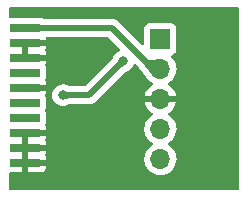
<source format=gbr>
%TF.GenerationSoftware,KiCad,Pcbnew,6.0.11+dfsg-1~bpo11+1*%
%TF.CreationDate,2023-04-27T18:18:44-07:00*%
%TF.ProjectId,J-link_BOB,4a2d6c69-6e6b-45f4-924f-422e6b696361,A1*%
%TF.SameCoordinates,PX7b64228PY605e690*%
%TF.FileFunction,Copper,L1,Top*%
%TF.FilePolarity,Positive*%
%FSLAX46Y46*%
G04 Gerber Fmt 4.6, Leading zero omitted, Abs format (unit mm)*
G04 Created by KiCad (PCBNEW 6.0.11+dfsg-1~bpo11+1) date 2023-04-27 18:18:44*
%MOMM*%
%LPD*%
G01*
G04 APERTURE LIST*
%TA.AperFunction,SMDPad,CuDef*%
%ADD10R,2.500000X0.650000*%
%TD*%
%TA.AperFunction,ComponentPad*%
%ADD11R,1.700000X1.700000*%
%TD*%
%TA.AperFunction,ComponentPad*%
%ADD12O,1.700000X1.700000*%
%TD*%
%TA.AperFunction,ViaPad*%
%ADD13C,0.800000*%
%TD*%
%TA.AperFunction,Conductor*%
%ADD14C,0.508000*%
%TD*%
%TA.AperFunction,Conductor*%
%ADD15C,0.250000*%
%TD*%
G04 APERTURE END LIST*
D10*
%TO.P,J13,1,Pin_1*%
%TO.N,unconnected-(J13-Pad1)*%
X1905000Y-9842500D03*
%TD*%
%TO.P,J19,1,Pin_1*%
%TO.N,GND*%
X1905000Y-13652500D03*
%TD*%
%TO.P,J17,1,Pin_1*%
%TO.N,GND*%
X1905000Y-12382500D03*
%TD*%
%TO.P,J15,1,Pin_1*%
%TO.N,GND*%
X1905000Y-11112500D03*
%TD*%
%TO.P,J9,1,Pin_1*%
%TO.N,GND*%
X1905000Y-7302500D03*
%TD*%
%TO.P,J3,1,Pin_1*%
%TO.N,GND*%
X1905000Y-3492500D03*
%TD*%
D11*
%TO.P,J30,1,Pin_1*%
%TO.N,/~{RESET}*%
X13335000Y-3175000D03*
D12*
%TO.P,J30,2,Pin_2*%
%TO.N,/VTARGET*%
X13335000Y-5715000D03*
%TO.P,J30,3,Pin_3*%
%TO.N,GND*%
X13335000Y-8255000D03*
%TO.P,J30,4,Pin_4*%
%TO.N,/SWDIO*%
X13335000Y-10795000D03*
%TO.P,J30,5,Pin_5*%
%TO.N,/SWCLK*%
X13335000Y-13335000D03*
%TD*%
D10*
%TO.P,J7,1,Pin_1*%
%TO.N,unconnected-(J7-Pad1)*%
X1905000Y-6032500D03*
%TD*%
%TO.P,J1,1,Pin_1*%
%TO.N,/VTARGET*%
X1905000Y-2222500D03*
%TD*%
%TO.P,J5,1,Pin_1*%
%TO.N,GND*%
X1905000Y-4762500D03*
%TD*%
%TO.P,J11,1,Pin_1*%
%TO.N,unconnected-(J11-Pad1)*%
X1905000Y-8572500D03*
%TD*%
D13*
%TO.N,GND*%
X18415000Y-4445000D03*
X11176000Y-1524000D03*
X5080000Y-15240000D03*
X11430000Y-6985000D03*
X9525000Y-8255000D03*
X8255000Y-3810000D03*
X18415000Y-12065000D03*
X8255000Y-10795000D03*
X4318000Y-5969000D03*
%TO.N,/~{RESET}*%
X5080000Y-7937500D03*
X10160000Y-5080000D03*
%TD*%
D14*
%TO.N,/VTARGET*%
X12700000Y-5715000D02*
X9207500Y-2222500D01*
D15*
X13335000Y-5715000D02*
X12700000Y-5715000D01*
D14*
X9207500Y-2222500D02*
X1905000Y-2222500D01*
%TO.N,GND*%
X1905000Y-11112500D02*
X6032500Y-11112500D01*
X6032500Y-11112500D02*
X8890000Y-8255000D01*
X9525000Y-8255000D02*
X13335000Y-8255000D01*
X8890000Y-8255000D02*
X9525000Y-8255000D01*
%TO.N,/~{RESET}*%
X7302500Y-7937500D02*
X10160000Y-5080000D01*
X5080000Y-7937500D02*
X7302500Y-7937500D01*
%TD*%
%TA.AperFunction,Conductor*%
%TO.N,/~{RESET}*%
G36*
X10297595Y-4942082D02*
G01*
X10301183Y-4950744D01*
X10291426Y-5449854D01*
X10287838Y-5458058D01*
X10283767Y-5460606D01*
X10231029Y-5480006D01*
X10231021Y-5480009D01*
X10230891Y-5480057D01*
X10177145Y-5502699D01*
X10177016Y-5502763D01*
X10177004Y-5502768D01*
X10128490Y-5526680D01*
X10128324Y-5526762D01*
X10082720Y-5553238D01*
X10038624Y-5583115D01*
X10038488Y-5583220D01*
X10038480Y-5583226D01*
X9994449Y-5617293D01*
X9994329Y-5617386D01*
X9994217Y-5617482D01*
X9994200Y-5617496D01*
X9948227Y-5656954D01*
X9948126Y-5657041D01*
X9898308Y-5703071D01*
X9843166Y-5756466D01*
X9843115Y-5756517D01*
X9789265Y-5810001D01*
X9780980Y-5813400D01*
X9772747Y-5809973D01*
X9430027Y-5467253D01*
X9426600Y-5458980D01*
X9429999Y-5450735D01*
X9483482Y-5396884D01*
X9483533Y-5396833D01*
X9536928Y-5341691D01*
X9582958Y-5291873D01*
X9583045Y-5291772D01*
X9622503Y-5245799D01*
X9622517Y-5245782D01*
X9622613Y-5245670D01*
X9656884Y-5201375D01*
X9686761Y-5157279D01*
X9713237Y-5111675D01*
X9737300Y-5062854D01*
X9759942Y-5009108D01*
X9779394Y-4956232D01*
X9785467Y-4949651D01*
X9790146Y-4948574D01*
X10289256Y-4938817D01*
X10297595Y-4942082D01*
G37*
%TD.AperFunction*%
%TD*%
%TA.AperFunction,Conductor*%
%TO.N,GND*%
G36*
X19933621Y-528502D02*
G01*
X19980114Y-582158D01*
X19991500Y-634500D01*
X19991500Y-15865500D01*
X19971498Y-15933621D01*
X19917842Y-15980114D01*
X19865500Y-15991500D01*
X634500Y-15991500D01*
X566379Y-15971498D01*
X519886Y-15917842D01*
X508500Y-15865500D01*
X508500Y-14611500D01*
X528502Y-14543379D01*
X582158Y-14496886D01*
X634500Y-14485500D01*
X1632885Y-14485500D01*
X1648124Y-14481025D01*
X1649329Y-14479635D01*
X1651000Y-14471952D01*
X1651000Y-14467384D01*
X2159000Y-14467384D01*
X2163475Y-14482623D01*
X2164865Y-14483828D01*
X2172548Y-14485499D01*
X3199669Y-14485499D01*
X3206490Y-14485129D01*
X3257352Y-14479605D01*
X3272604Y-14475979D01*
X3393054Y-14430824D01*
X3408649Y-14422286D01*
X3510724Y-14345785D01*
X3523285Y-14333224D01*
X3599786Y-14231149D01*
X3608324Y-14215554D01*
X3653478Y-14095106D01*
X3657105Y-14079851D01*
X3662631Y-14028986D01*
X3663000Y-14022172D01*
X3663000Y-13924615D01*
X3658525Y-13909376D01*
X3657135Y-13908171D01*
X3649452Y-13906500D01*
X2177115Y-13906500D01*
X2161876Y-13910975D01*
X2160671Y-13912365D01*
X2159000Y-13920048D01*
X2159000Y-14467384D01*
X1651000Y-14467384D01*
X1651000Y-13380385D01*
X2159000Y-13380385D01*
X2163475Y-13395624D01*
X2164865Y-13396829D01*
X2172548Y-13398500D01*
X3644884Y-13398500D01*
X3660123Y-13394025D01*
X3661328Y-13392635D01*
X3662999Y-13384952D01*
X3662999Y-13301695D01*
X11972251Y-13301695D01*
X11972548Y-13306848D01*
X11972548Y-13306851D01*
X11978011Y-13401590D01*
X11985110Y-13524715D01*
X11986247Y-13529761D01*
X11986248Y-13529767D01*
X12006119Y-13617939D01*
X12034222Y-13742639D01*
X12072461Y-13836811D01*
X12100759Y-13906500D01*
X12118266Y-13949616D01*
X12234987Y-14140088D01*
X12381250Y-14308938D01*
X12553126Y-14451632D01*
X12746000Y-14564338D01*
X12954692Y-14644030D01*
X12959760Y-14645061D01*
X12959763Y-14645062D01*
X13067017Y-14666883D01*
X13173597Y-14688567D01*
X13178772Y-14688757D01*
X13178774Y-14688757D01*
X13391673Y-14696564D01*
X13391677Y-14696564D01*
X13396837Y-14696753D01*
X13401957Y-14696097D01*
X13401959Y-14696097D01*
X13613288Y-14669025D01*
X13613289Y-14669025D01*
X13618416Y-14668368D01*
X13623366Y-14666883D01*
X13827429Y-14605661D01*
X13827434Y-14605659D01*
X13832384Y-14604174D01*
X14032994Y-14505896D01*
X14214860Y-14376173D01*
X14245355Y-14345785D01*
X14296209Y-14295107D01*
X14373096Y-14218489D01*
X14432594Y-14135689D01*
X14500435Y-14041277D01*
X14503453Y-14037077D01*
X14510820Y-14022172D01*
X14600136Y-13841453D01*
X14600137Y-13841451D01*
X14602430Y-13836811D01*
X14667370Y-13623069D01*
X14696529Y-13401590D01*
X14698156Y-13335000D01*
X14679852Y-13112361D01*
X14625431Y-12895702D01*
X14536354Y-12690840D01*
X14415014Y-12503277D01*
X14264670Y-12338051D01*
X14260619Y-12334852D01*
X14260615Y-12334848D01*
X14093414Y-12202800D01*
X14093410Y-12202798D01*
X14089359Y-12199598D01*
X14048053Y-12176796D01*
X13998084Y-12126364D01*
X13983312Y-12056921D01*
X14008428Y-11990516D01*
X14035780Y-11963909D01*
X14079603Y-11932650D01*
X14214860Y-11836173D01*
X14373096Y-11678489D01*
X14432594Y-11595689D01*
X14500435Y-11501277D01*
X14503453Y-11497077D01*
X14510820Y-11482172D01*
X14600136Y-11301453D01*
X14600137Y-11301451D01*
X14602430Y-11296811D01*
X14667370Y-11083069D01*
X14696529Y-10861590D01*
X14698156Y-10795000D01*
X14679852Y-10572361D01*
X14625431Y-10355702D01*
X14536354Y-10150840D01*
X14415014Y-9963277D01*
X14264670Y-9798051D01*
X14260619Y-9794852D01*
X14260615Y-9794848D01*
X14093414Y-9662800D01*
X14093410Y-9662798D01*
X14089359Y-9659598D01*
X14047569Y-9636529D01*
X13997598Y-9586097D01*
X13982826Y-9516654D01*
X14007942Y-9450248D01*
X14035294Y-9423641D01*
X14210328Y-9298792D01*
X14218200Y-9292139D01*
X14369052Y-9141812D01*
X14375730Y-9133965D01*
X14500003Y-8961020D01*
X14505313Y-8952183D01*
X14599670Y-8761267D01*
X14603469Y-8751672D01*
X14665377Y-8547910D01*
X14667555Y-8537837D01*
X14668986Y-8526962D01*
X14666775Y-8512778D01*
X14653617Y-8509000D01*
X12018225Y-8509000D01*
X12004694Y-8512973D01*
X12003257Y-8522966D01*
X12033565Y-8657446D01*
X12036645Y-8667275D01*
X12116770Y-8864603D01*
X12121413Y-8873794D01*
X12232694Y-9055388D01*
X12238777Y-9063699D01*
X12378213Y-9224667D01*
X12385580Y-9231883D01*
X12549434Y-9367916D01*
X12557881Y-9373831D01*
X12626969Y-9414203D01*
X12675693Y-9465842D01*
X12688764Y-9535625D01*
X12662033Y-9601396D01*
X12621584Y-9634752D01*
X12608607Y-9641507D01*
X12604474Y-9644610D01*
X12604471Y-9644612D01*
X12580247Y-9662800D01*
X12429965Y-9775635D01*
X12275629Y-9937138D01*
X12149743Y-10121680D01*
X12055688Y-10324305D01*
X11995989Y-10539570D01*
X11972251Y-10761695D01*
X11972548Y-10766848D01*
X11972548Y-10766851D01*
X11978011Y-10861590D01*
X11985110Y-10984715D01*
X11986247Y-10989761D01*
X11986248Y-10989767D01*
X12006119Y-11077939D01*
X12034222Y-11202639D01*
X12072461Y-11296811D01*
X12100759Y-11366500D01*
X12118266Y-11409616D01*
X12234987Y-11600088D01*
X12381250Y-11768938D01*
X12553126Y-11911632D01*
X12601494Y-11939896D01*
X12626445Y-11954476D01*
X12675169Y-12006114D01*
X12688240Y-12075897D01*
X12661509Y-12141669D01*
X12621055Y-12175027D01*
X12608607Y-12181507D01*
X12604474Y-12184610D01*
X12604471Y-12184612D01*
X12580247Y-12202800D01*
X12429965Y-12315635D01*
X12275629Y-12477138D01*
X12149743Y-12661680D01*
X12134003Y-12695590D01*
X12080965Y-12809851D01*
X12055688Y-12864305D01*
X11995989Y-13079570D01*
X11972251Y-13301695D01*
X3662999Y-13301695D01*
X3662999Y-13282831D01*
X3662629Y-13276010D01*
X3657105Y-13225148D01*
X3653479Y-13209896D01*
X3608323Y-13089442D01*
X3602063Y-13078009D01*
X3586894Y-13008652D01*
X3602063Y-12956991D01*
X3608323Y-12945558D01*
X3653478Y-12825106D01*
X3657105Y-12809851D01*
X3662631Y-12758986D01*
X3663000Y-12752172D01*
X3663000Y-12654615D01*
X3658525Y-12639376D01*
X3657135Y-12638171D01*
X3649452Y-12636500D01*
X2177115Y-12636500D01*
X2161876Y-12640975D01*
X2160671Y-12642365D01*
X2159000Y-12650048D01*
X2159000Y-13380385D01*
X1651000Y-13380385D01*
X1651000Y-12110385D01*
X2159000Y-12110385D01*
X2163475Y-12125624D01*
X2164865Y-12126829D01*
X2172548Y-12128500D01*
X3644884Y-12128500D01*
X3660123Y-12124025D01*
X3661328Y-12122635D01*
X3662999Y-12114952D01*
X3662999Y-12012831D01*
X3662629Y-12006010D01*
X3657105Y-11955148D01*
X3653479Y-11939896D01*
X3608323Y-11819442D01*
X3602063Y-11808009D01*
X3586894Y-11738652D01*
X3602063Y-11686991D01*
X3608323Y-11675558D01*
X3653478Y-11555106D01*
X3657105Y-11539851D01*
X3662631Y-11488986D01*
X3663000Y-11482172D01*
X3663000Y-11384615D01*
X3658525Y-11369376D01*
X3657135Y-11368171D01*
X3649452Y-11366500D01*
X2177115Y-11366500D01*
X2161876Y-11370975D01*
X2160671Y-11372365D01*
X2159000Y-11380048D01*
X2159000Y-12110385D01*
X1651000Y-12110385D01*
X1651000Y-10984500D01*
X1671002Y-10916379D01*
X1724658Y-10869886D01*
X1777000Y-10858500D01*
X3644884Y-10858500D01*
X3660123Y-10854025D01*
X3661328Y-10852635D01*
X3662999Y-10844952D01*
X3662999Y-10742831D01*
X3662629Y-10736010D01*
X3657105Y-10685148D01*
X3653479Y-10669896D01*
X3608323Y-10549442D01*
X3602351Y-10538535D01*
X3587182Y-10469178D01*
X3601847Y-10419232D01*
X3605615Y-10414205D01*
X3656745Y-10277816D01*
X3663500Y-10215634D01*
X3663500Y-9469366D01*
X3656745Y-9407184D01*
X3605615Y-9270795D01*
X3602273Y-9266336D01*
X3587470Y-9198652D01*
X3602067Y-9148939D01*
X3605615Y-9144205D01*
X3656745Y-9007816D01*
X3663500Y-8945634D01*
X3663500Y-8199366D01*
X3656745Y-8137184D01*
X3605615Y-8000795D01*
X3602029Y-7996010D01*
X3587182Y-7928126D01*
X3602351Y-7876465D01*
X3608323Y-7865558D01*
X3653478Y-7745106D01*
X3657105Y-7729851D01*
X3662631Y-7678986D01*
X3663000Y-7672172D01*
X3663000Y-7574615D01*
X3658525Y-7559376D01*
X3657135Y-7558171D01*
X3649452Y-7556500D01*
X1777000Y-7556500D01*
X1708879Y-7536498D01*
X1662386Y-7482842D01*
X1651000Y-7430500D01*
X1651000Y-7174500D01*
X1671002Y-7106379D01*
X1724658Y-7059886D01*
X1777000Y-7048500D01*
X3644884Y-7048500D01*
X3660123Y-7044025D01*
X3661328Y-7042635D01*
X3662999Y-7034952D01*
X3662999Y-6932831D01*
X3662629Y-6926010D01*
X3657105Y-6875148D01*
X3653479Y-6859896D01*
X3608323Y-6739442D01*
X3602351Y-6728535D01*
X3587182Y-6659178D01*
X3601847Y-6609232D01*
X3605615Y-6604205D01*
X3609332Y-6594292D01*
X3653971Y-6475215D01*
X3656745Y-6467816D01*
X3663500Y-6405634D01*
X3663500Y-5659366D01*
X3656745Y-5597184D01*
X3639024Y-5549914D01*
X3608766Y-5469199D01*
X3608764Y-5469196D01*
X3605615Y-5460795D01*
X3602029Y-5456010D01*
X3587182Y-5388126D01*
X3602351Y-5336465D01*
X3608323Y-5325558D01*
X3653478Y-5205106D01*
X3657105Y-5189851D01*
X3662631Y-5138986D01*
X3663000Y-5132172D01*
X3663000Y-5034615D01*
X3658525Y-5019376D01*
X3657135Y-5018171D01*
X3649452Y-5016500D01*
X1777000Y-5016500D01*
X1708879Y-4996498D01*
X1662386Y-4942842D01*
X1651000Y-4890500D01*
X1651000Y-4490385D01*
X2159000Y-4490385D01*
X2163475Y-4505624D01*
X2164865Y-4506829D01*
X2172548Y-4508500D01*
X3644884Y-4508500D01*
X3660123Y-4504025D01*
X3661328Y-4502635D01*
X3662999Y-4494952D01*
X3662999Y-4392831D01*
X3662629Y-4386010D01*
X3657105Y-4335148D01*
X3653479Y-4319896D01*
X3608323Y-4199442D01*
X3602063Y-4188009D01*
X3586894Y-4118652D01*
X3602063Y-4066991D01*
X3608323Y-4055558D01*
X3653478Y-3935106D01*
X3657105Y-3919851D01*
X3662631Y-3868986D01*
X3663000Y-3862172D01*
X3663000Y-3764615D01*
X3658525Y-3749376D01*
X3657135Y-3748171D01*
X3649452Y-3746500D01*
X2177115Y-3746500D01*
X2161876Y-3750975D01*
X2160671Y-3752365D01*
X2159000Y-3760048D01*
X2159000Y-4490385D01*
X1651000Y-4490385D01*
X1651000Y-3364500D01*
X1671002Y-3296379D01*
X1724658Y-3249886D01*
X1777000Y-3238500D01*
X3644884Y-3238500D01*
X3660123Y-3234025D01*
X3661328Y-3232635D01*
X3662999Y-3224952D01*
X3662999Y-3122819D01*
X3662728Y-3117820D01*
X3679013Y-3048717D01*
X3730074Y-2999388D01*
X3788543Y-2985000D01*
X8839472Y-2985000D01*
X8907593Y-3005002D01*
X8928567Y-3021905D01*
X9914249Y-4007587D01*
X9948275Y-4069899D01*
X9943210Y-4140714D01*
X9900663Y-4197550D01*
X9876402Y-4211789D01*
X9709281Y-4286195D01*
X9709274Y-4286199D01*
X9703248Y-4288882D01*
X9548747Y-4401134D01*
X9544326Y-4406044D01*
X9544325Y-4406045D01*
X9456104Y-4504025D01*
X9420960Y-4543056D01*
X9325473Y-4708444D01*
X9313792Y-4744394D01*
X9304820Y-4765337D01*
X9297470Y-4778942D01*
X9295917Y-4783164D01*
X9295911Y-4783177D01*
X9283114Y-4817964D01*
X9280986Y-4823363D01*
X9271420Y-4846069D01*
X9268338Y-4852819D01*
X9262272Y-4865126D01*
X9258219Y-4872687D01*
X9253838Y-4880232D01*
X9249188Y-4887637D01*
X9243072Y-4896664D01*
X9238416Y-4903090D01*
X9226422Y-4918593D01*
X9222378Y-4923555D01*
X9200917Y-4948560D01*
X9197848Y-4952006D01*
X9164841Y-4987729D01*
X9162866Y-4989817D01*
X9119487Y-5034615D01*
X9117423Y-5036747D01*
X9116315Y-5037877D01*
X9065658Y-5088882D01*
X9029627Y-5129201D01*
X9027985Y-5131980D01*
X9017811Y-5143852D01*
X7023567Y-7138095D01*
X6961255Y-7172121D01*
X6934472Y-7175000D01*
X5903524Y-7175000D01*
X5885166Y-7173655D01*
X5860097Y-7169963D01*
X5788242Y-7169717D01*
X5786682Y-7169702D01*
X5721321Y-7168650D01*
X5718415Y-7168570D01*
X5694881Y-7167639D01*
X5669811Y-7166648D01*
X5665211Y-7166381D01*
X5632394Y-7163879D01*
X5626027Y-7163231D01*
X5606541Y-7160745D01*
X5598718Y-7159495D01*
X5588042Y-7157443D01*
X5579510Y-7155494D01*
X5571070Y-7153254D01*
X5562871Y-7150777D01*
X5549848Y-7146353D01*
X5542890Y-7143757D01*
X5520065Y-7134464D01*
X5514741Y-7132151D01*
X5479968Y-7116082D01*
X5477019Y-7114719D01*
X5433214Y-7099735D01*
X5422752Y-7095625D01*
X5368328Y-7071395D01*
X5368327Y-7071395D01*
X5362288Y-7068706D01*
X5320660Y-7059858D01*
X5181944Y-7030372D01*
X5181939Y-7030372D01*
X5175487Y-7029000D01*
X4984513Y-7029000D01*
X4978061Y-7030372D01*
X4978056Y-7030372D01*
X4893394Y-7048368D01*
X4797712Y-7068706D01*
X4791682Y-7071391D01*
X4791681Y-7071391D01*
X4629278Y-7143697D01*
X4629276Y-7143698D01*
X4623248Y-7146382D01*
X4617907Y-7150262D01*
X4617906Y-7150263D01*
X4592597Y-7168651D01*
X4468747Y-7258634D01*
X4340960Y-7400556D01*
X4325158Y-7427926D01*
X4250926Y-7556500D01*
X4245473Y-7565944D01*
X4186458Y-7747572D01*
X4185768Y-7754133D01*
X4185768Y-7754135D01*
X4182054Y-7789470D01*
X4166496Y-7937500D01*
X4186458Y-8127428D01*
X4245473Y-8309056D01*
X4340960Y-8474444D01*
X4345378Y-8479351D01*
X4345379Y-8479352D01*
X4383000Y-8521134D01*
X4468747Y-8616366D01*
X4562664Y-8684601D01*
X4591150Y-8705297D01*
X4623248Y-8728618D01*
X4629276Y-8731302D01*
X4629278Y-8731303D01*
X4791681Y-8803609D01*
X4797712Y-8806294D01*
X4891113Y-8826147D01*
X4978056Y-8844628D01*
X4978061Y-8844628D01*
X4984513Y-8846000D01*
X5175487Y-8846000D01*
X5181939Y-8844628D01*
X5181944Y-8844628D01*
X5268887Y-8826147D01*
X5362288Y-8806294D01*
X5435065Y-8773892D01*
X5450256Y-8768269D01*
X5477026Y-8760278D01*
X5481109Y-8758391D01*
X5481112Y-8758390D01*
X5495648Y-8751672D01*
X5514768Y-8742836D01*
X5520049Y-8740542D01*
X5542890Y-8731242D01*
X5549848Y-8728646D01*
X5562866Y-8724224D01*
X5571070Y-8721745D01*
X5579510Y-8719505D01*
X5588042Y-8717556D01*
X5598718Y-8715504D01*
X5606542Y-8714254D01*
X5626029Y-8711768D01*
X5632395Y-8711120D01*
X5665209Y-8708618D01*
X5669808Y-8708351D01*
X5693618Y-8707409D01*
X5718403Y-8706429D01*
X5721308Y-8706349D01*
X5786587Y-8705297D01*
X5788158Y-8705282D01*
X5805917Y-8705222D01*
X5858420Y-8705043D01*
X5858432Y-8705043D01*
X5860091Y-8705037D01*
X5914141Y-8701999D01*
X5917248Y-8701200D01*
X5932815Y-8700000D01*
X7235124Y-8700000D01*
X7254074Y-8701433D01*
X7268473Y-8703624D01*
X7268479Y-8703624D01*
X7275708Y-8704724D01*
X7283000Y-8704131D01*
X7283003Y-8704131D01*
X7328683Y-8700415D01*
X7338898Y-8700000D01*
X7347025Y-8700000D01*
X7350661Y-8699576D01*
X7350663Y-8699576D01*
X7354115Y-8699173D01*
X7375424Y-8696689D01*
X7379744Y-8696262D01*
X7452926Y-8690309D01*
X7459888Y-8688053D01*
X7465876Y-8686857D01*
X7471833Y-8685449D01*
X7479107Y-8684601D01*
X7485989Y-8682103D01*
X7485993Y-8682102D01*
X7548107Y-8659555D01*
X7552211Y-8658145D01*
X7622075Y-8635513D01*
X7628338Y-8631713D01*
X7633880Y-8629175D01*
X7639356Y-8626433D01*
X7646241Y-8623934D01*
X7707632Y-8583685D01*
X7711300Y-8581370D01*
X7774081Y-8543273D01*
X7778286Y-8539559D01*
X7778289Y-8539557D01*
X7782505Y-8535833D01*
X7782531Y-8535862D01*
X7785462Y-8533262D01*
X7788816Y-8530458D01*
X7794935Y-8526446D01*
X7848489Y-8469913D01*
X7850866Y-8467472D01*
X10116852Y-6201486D01*
X10130782Y-6189456D01*
X10147511Y-6177022D01*
X10147515Y-6177018D01*
X10151124Y-6174336D01*
X10154317Y-6171165D01*
X10154326Y-6171157D01*
X10202074Y-6123733D01*
X10203214Y-6122614D01*
X10250153Y-6077161D01*
X10252296Y-6075134D01*
X10287994Y-6042150D01*
X10291441Y-6039081D01*
X10316445Y-6017621D01*
X10321406Y-6013577D01*
X10336909Y-6001583D01*
X10343335Y-5996927D01*
X10352362Y-5990811D01*
X10359767Y-5986161D01*
X10367312Y-5981780D01*
X10374874Y-5977727D01*
X10387150Y-5971676D01*
X10393940Y-5968575D01*
X10397608Y-5967030D01*
X10416657Y-5959005D01*
X10422021Y-5956890D01*
X10461049Y-5942533D01*
X10479913Y-5933284D01*
X10505344Y-5920815D01*
X10509565Y-5918841D01*
X10610722Y-5873803D01*
X10610724Y-5873802D01*
X10616752Y-5871118D01*
X10771253Y-5758866D01*
X10800806Y-5726044D01*
X10894621Y-5621852D01*
X10894622Y-5621851D01*
X10899040Y-5616944D01*
X10957314Y-5516010D01*
X10991223Y-5457279D01*
X10991224Y-5457278D01*
X10994527Y-5451556D01*
X11020181Y-5372603D01*
X11060254Y-5313999D01*
X11125650Y-5286362D01*
X11195607Y-5298469D01*
X11229108Y-5322446D01*
X11333642Y-5426980D01*
X11346819Y-5442479D01*
X11359459Y-5460044D01*
X11362581Y-5463286D01*
X11362582Y-5463287D01*
X11385748Y-5487342D01*
X11484404Y-5589785D01*
X11493906Y-5599652D01*
X11497444Y-5603482D01*
X11602398Y-5721933D01*
X11605873Y-5726029D01*
X11632542Y-5758866D01*
X11690186Y-5829843D01*
X11693134Y-5833618D01*
X11766074Y-5930795D01*
X11767894Y-5933284D01*
X11838619Y-6032607D01*
X11838867Y-6032957D01*
X11911735Y-6136250D01*
X11917312Y-6144001D01*
X11995057Y-6249967D01*
X12000432Y-6257161D01*
X12000693Y-6257504D01*
X12006802Y-6265372D01*
X12095182Y-6376959D01*
X12103005Y-6386594D01*
X12103352Y-6387011D01*
X12110727Y-6395677D01*
X12216407Y-6517099D01*
X12224333Y-6525995D01*
X12224706Y-6526404D01*
X12233160Y-6535452D01*
X12233430Y-6535734D01*
X12354429Y-6662150D01*
X12354434Y-6662155D01*
X12357057Y-6664895D01*
X12359992Y-6667302D01*
X12359998Y-6667307D01*
X12360369Y-6667611D01*
X12361202Y-6668422D01*
X12362782Y-6669885D01*
X12362746Y-6669924D01*
X12375709Y-6682542D01*
X12377862Y-6685028D01*
X12377869Y-6685035D01*
X12381250Y-6688938D01*
X12553126Y-6831632D01*
X12600380Y-6859245D01*
X12626955Y-6874774D01*
X12675679Y-6926412D01*
X12688750Y-6996195D01*
X12662019Y-7061967D01*
X12621562Y-7095327D01*
X12613457Y-7099546D01*
X12604738Y-7105036D01*
X12434433Y-7232905D01*
X12426726Y-7239748D01*
X12279590Y-7393717D01*
X12273104Y-7401727D01*
X12153098Y-7577649D01*
X12148000Y-7586623D01*
X12058338Y-7779783D01*
X12054775Y-7789470D01*
X11999389Y-7989183D01*
X12000912Y-7997607D01*
X12013292Y-8001000D01*
X14653344Y-8001000D01*
X14666875Y-7997027D01*
X14668180Y-7987947D01*
X14626214Y-7820875D01*
X14622894Y-7811124D01*
X14537972Y-7615814D01*
X14533105Y-7606739D01*
X14417426Y-7427926D01*
X14411136Y-7419757D01*
X14267806Y-7262240D01*
X14260273Y-7255215D01*
X14093139Y-7123222D01*
X14084556Y-7117520D01*
X14047602Y-7097120D01*
X13997631Y-7046687D01*
X13982859Y-6977245D01*
X14007975Y-6910839D01*
X14035327Y-6884232D01*
X14069445Y-6859896D01*
X14214860Y-6756173D01*
X14373096Y-6598489D01*
X14418393Y-6535452D01*
X14500435Y-6421277D01*
X14503453Y-6417077D01*
X14509109Y-6405634D01*
X14600136Y-6221453D01*
X14600137Y-6221451D01*
X14602430Y-6216811D01*
X14644859Y-6077161D01*
X14665865Y-6008023D01*
X14665865Y-6008021D01*
X14667370Y-6003069D01*
X14696529Y-5781590D01*
X14696611Y-5778240D01*
X14698074Y-5718365D01*
X14698074Y-5718361D01*
X14698156Y-5715000D01*
X14679852Y-5492361D01*
X14625431Y-5275702D01*
X14536354Y-5070840D01*
X14458378Y-4950307D01*
X14417822Y-4887617D01*
X14417820Y-4887614D01*
X14415014Y-4883277D01*
X14387317Y-4852838D01*
X14267798Y-4721488D01*
X14236746Y-4657642D01*
X14245141Y-4587143D01*
X14290317Y-4532375D01*
X14316761Y-4518706D01*
X14423297Y-4478767D01*
X14431705Y-4475615D01*
X14548261Y-4388261D01*
X14635615Y-4271705D01*
X14686745Y-4135316D01*
X14693500Y-4073134D01*
X14693500Y-2276866D01*
X14686745Y-2214684D01*
X14635615Y-2078295D01*
X14548261Y-1961739D01*
X14431705Y-1874385D01*
X14295316Y-1823255D01*
X14233134Y-1816500D01*
X12436866Y-1816500D01*
X12374684Y-1823255D01*
X12238295Y-1874385D01*
X12121739Y-1961739D01*
X12034385Y-2078295D01*
X11983255Y-2214684D01*
X11976500Y-2276866D01*
X11976500Y-3608972D01*
X11956498Y-3677093D01*
X11902842Y-3723586D01*
X11832568Y-3733690D01*
X11767988Y-3704196D01*
X11761405Y-3698067D01*
X9794310Y-1730972D01*
X9781923Y-1716559D01*
X9773295Y-1704835D01*
X9768954Y-1698936D01*
X9728445Y-1664521D01*
X9720929Y-1657591D01*
X9715185Y-1651847D01*
X9712311Y-1649573D01*
X9712304Y-1649567D01*
X9692789Y-1634128D01*
X9689385Y-1631337D01*
X9639028Y-1588555D01*
X9639024Y-1588552D01*
X9633449Y-1583816D01*
X9626932Y-1580488D01*
X9621868Y-1577111D01*
X9616644Y-1573884D01*
X9610900Y-1569340D01*
X9584609Y-1557052D01*
X9544418Y-1538268D01*
X9540467Y-1536337D01*
X9481617Y-1506287D01*
X9475096Y-1502957D01*
X9467981Y-1501216D01*
X9462235Y-1499079D01*
X9456452Y-1497155D01*
X9449821Y-1494056D01*
X9377943Y-1479106D01*
X9373671Y-1478139D01*
X9302388Y-1460696D01*
X9296789Y-1460349D01*
X9296785Y-1460348D01*
X9291170Y-1460000D01*
X9291172Y-1459961D01*
X9287271Y-1459728D01*
X9282912Y-1459339D01*
X9275744Y-1457848D01*
X9268427Y-1458046D01*
X9197923Y-1459954D01*
X9194514Y-1460000D01*
X3455245Y-1460000D01*
X3401904Y-1446354D01*
X3401705Y-1446885D01*
X3396819Y-1445053D01*
X3396816Y-1445052D01*
X3265316Y-1395755D01*
X3203134Y-1389000D01*
X634500Y-1389000D01*
X566379Y-1368998D01*
X519886Y-1315342D01*
X508500Y-1263000D01*
X508500Y-634500D01*
X528502Y-566379D01*
X582158Y-519886D01*
X634500Y-508500D01*
X19865500Y-508500D01*
X19933621Y-528502D01*
G37*
%TD.AperFunction*%
%TD*%
%TA.AperFunction,Conductor*%
%TO.N,/VTARGET*%
G36*
X2053752Y-1932967D02*
G01*
X2083590Y-1945456D01*
X2083595Y-1945458D01*
X2083875Y-1945575D01*
X2084162Y-1945660D01*
X2084170Y-1945663D01*
X2121807Y-1956831D01*
X2121813Y-1956832D01*
X2122081Y-1956912D01*
X2138873Y-1960156D01*
X2161767Y-1964580D01*
X2161776Y-1964581D01*
X2162002Y-1964625D01*
X2204359Y-1969324D01*
X2249873Y-1971621D01*
X2299263Y-1972129D01*
X2353250Y-1971459D01*
X2353258Y-1971459D01*
X2412524Y-1970224D01*
X2412555Y-1970223D01*
X2477800Y-1969034D01*
X2477927Y-1969032D01*
X2538214Y-1968587D01*
X2546512Y-1971953D01*
X2550000Y-1980287D01*
X2550000Y-2464713D01*
X2546573Y-2472986D01*
X2538213Y-2476413D01*
X2514618Y-2476238D01*
X2477926Y-2475967D01*
X2477800Y-2475965D01*
X2412555Y-2474776D01*
X2412524Y-2474775D01*
X2353258Y-2473540D01*
X2353250Y-2473540D01*
X2299263Y-2472870D01*
X2249873Y-2473378D01*
X2204359Y-2475675D01*
X2162002Y-2480374D01*
X2161776Y-2480418D01*
X2161767Y-2480419D01*
X2138873Y-2484843D01*
X2122081Y-2488087D01*
X2121813Y-2488167D01*
X2121807Y-2488168D01*
X2084168Y-2499337D01*
X2083875Y-2499424D01*
X2083598Y-2499540D01*
X2083595Y-2499541D01*
X2053752Y-2512033D01*
X2044797Y-2512066D01*
X2041126Y-2509674D01*
X1751269Y-2230933D01*
X1747681Y-2222729D01*
X1751269Y-2214067D01*
X2041125Y-1935327D01*
X2049464Y-1932062D01*
X2053752Y-1932967D01*
G37*
%TD.AperFunction*%
%TD*%
%TA.AperFunction,Conductor*%
%TO.N,/VTARGET*%
G36*
X12088827Y-4743805D02*
G01*
X12190950Y-4835868D01*
X12190958Y-4835874D01*
X12191225Y-4836115D01*
X12191527Y-4836324D01*
X12294898Y-4907953D01*
X12294901Y-4907955D01*
X12295281Y-4908218D01*
X12344782Y-4931940D01*
X12371469Y-4944729D01*
X12394919Y-4955967D01*
X12395420Y-4956104D01*
X12395422Y-4956105D01*
X12425148Y-4964251D01*
X12492315Y-4982658D01*
X12492825Y-4982705D01*
X12492826Y-4982705D01*
X12589217Y-4991546D01*
X12589220Y-4991546D01*
X12589645Y-4991585D01*
X12619579Y-4989916D01*
X12688784Y-4986059D01*
X12688790Y-4986058D01*
X12689083Y-4986042D01*
X12739852Y-4977859D01*
X12792628Y-4969352D01*
X12792643Y-4969349D01*
X12792805Y-4969323D01*
X12792971Y-4969286D01*
X12792981Y-4969284D01*
X12902961Y-4944729D01*
X12902959Y-4944729D01*
X12902988Y-4944723D01*
X13021777Y-4915543D01*
X13021879Y-4915519D01*
X13143391Y-4886950D01*
X13152229Y-4888392D01*
X13155908Y-4892009D01*
X13741403Y-5802275D01*
X13742997Y-5811087D01*
X13737892Y-5818444D01*
X13736758Y-5819087D01*
X13693914Y-5840319D01*
X12741662Y-6312223D01*
X12732729Y-6312826D01*
X12728016Y-6309830D01*
X12604119Y-6180387D01*
X12603746Y-6179978D01*
X12498066Y-6058556D01*
X12497719Y-6058139D01*
X12409339Y-5946552D01*
X12409078Y-5946209D01*
X12389107Y-5918989D01*
X12331333Y-5840243D01*
X12257649Y-5735794D01*
X12181566Y-5628946D01*
X12096490Y-5515600D01*
X12064191Y-5475830D01*
X11995908Y-5391754D01*
X11995895Y-5391739D01*
X11995827Y-5391655D01*
X11872984Y-5253014D01*
X11872880Y-5252906D01*
X11729331Y-5103846D01*
X11726060Y-5095510D01*
X11729485Y-5087457D01*
X12072720Y-4744222D01*
X12080993Y-4740795D01*
X12088827Y-4743805D01*
G37*
%TD.AperFunction*%
%TD*%
%TA.AperFunction,Conductor*%
%TO.N,/~{RESET}*%
G36*
X5261610Y-7580853D02*
G01*
X5312755Y-7604488D01*
X5312878Y-7604538D01*
X5312887Y-7604542D01*
X5366590Y-7626408D01*
X5366598Y-7626411D01*
X5366770Y-7626481D01*
X5389085Y-7634061D01*
X5418112Y-7643922D01*
X5418118Y-7643924D01*
X5418307Y-7643988D01*
X5469275Y-7657514D01*
X5521582Y-7667568D01*
X5521755Y-7667590D01*
X5521767Y-7667592D01*
X5562739Y-7672819D01*
X5577137Y-7674656D01*
X5637848Y-7679286D01*
X5637940Y-7679290D01*
X5637946Y-7679290D01*
X5705563Y-7681963D01*
X5705582Y-7681963D01*
X5705623Y-7681965D01*
X5741183Y-7682537D01*
X5782341Y-7683200D01*
X5782371Y-7683200D01*
X5858340Y-7683460D01*
X5866601Y-7686915D01*
X5870000Y-7695160D01*
X5870000Y-8179840D01*
X5866573Y-8188113D01*
X5858341Y-8191540D01*
X5782371Y-8191799D01*
X5782341Y-8191799D01*
X5741183Y-8192462D01*
X5705623Y-8193034D01*
X5705582Y-8193036D01*
X5705563Y-8193036D01*
X5637946Y-8195709D01*
X5637940Y-8195709D01*
X5637848Y-8195713D01*
X5577137Y-8200343D01*
X5562739Y-8202180D01*
X5521767Y-8207407D01*
X5521755Y-8207409D01*
X5521582Y-8207431D01*
X5469275Y-8217485D01*
X5418307Y-8231011D01*
X5418118Y-8231075D01*
X5418112Y-8231077D01*
X5389085Y-8240938D01*
X5366770Y-8248518D01*
X5366598Y-8248588D01*
X5366590Y-8248591D01*
X5312887Y-8270457D01*
X5312878Y-8270461D01*
X5312755Y-8270511D01*
X5261610Y-8294147D01*
X5252664Y-8294507D01*
X5248593Y-8291959D01*
X5185163Y-8230961D01*
X4888769Y-7945933D01*
X4885181Y-7937729D01*
X4888769Y-7929067D01*
X5145727Y-7681963D01*
X5248593Y-7583041D01*
X5256932Y-7579776D01*
X5261610Y-7580853D01*
G37*
%TD.AperFunction*%
%TD*%
M02*

</source>
